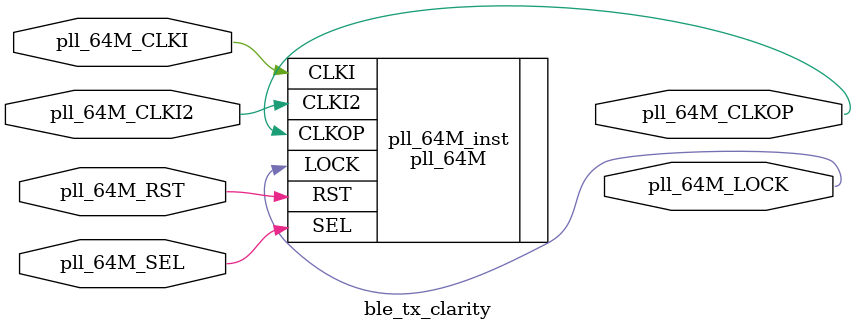
<source format=v>
/* synthesis translate_off*/
`define SBP_SIMULATION
/* synthesis translate_on*/
`ifndef SBP_SIMULATION
`define SBP_SYNTHESIS
`endif

//
// Verific Verilog Description of module ble_tx_clarity
//
module ble_tx_clarity (pll_64M_CLKI, pll_64M_CLKI2, pll_64M_CLKOP, pll_64M_LOCK, 
            pll_64M_RST, pll_64M_SEL) /* synthesis sbp_module=true */ ;
    input pll_64M_CLKI;
    input pll_64M_CLKI2;
    output pll_64M_CLKOP;
    output pll_64M_LOCK;
    input pll_64M_RST;
    input pll_64M_SEL;
    
    
    pll_64M pll_64M_inst (.CLKI(pll_64M_CLKI), .CLKI2(pll_64M_CLKI2), .CLKOP(pll_64M_CLKOP), 
            .LOCK(pll_64M_LOCK), .RST(pll_64M_RST), .SEL(pll_64M_SEL));
    
endmodule


</source>
